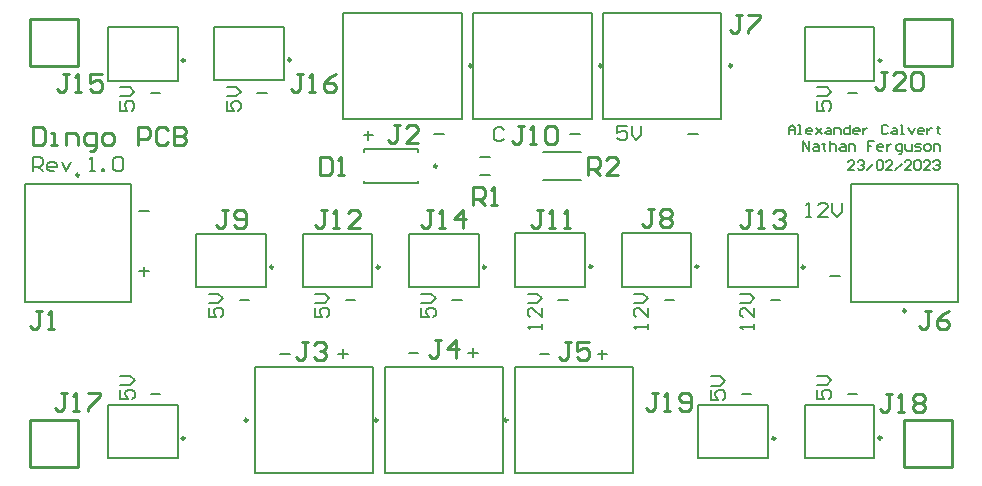
<source format=gto>
G04*
G04 #@! TF.GenerationSoftware,Altium Limited,Altium Designer,23.2.1 (34)*
G04*
G04 Layer_Color=65535*
%FSLAX44Y44*%
%MOMM*%
G71*
G04*
G04 #@! TF.SameCoordinates,8A9164C7-5861-4A14-A232-5D20C8E6C238*
G04*
G04*
G04 #@! TF.FilePolarity,Positive*
G04*
G01*
G75*
%ADD10C,0.2500*%
%ADD11C,0.2540*%
%ADD12C,0.2000*%
D10*
X575500Y180000D02*
G03*
X575500Y180000I-1250J0D01*
G01*
X215500Y179500D02*
G03*
X215500Y179500I-1250J0D01*
G01*
X485500Y180000D02*
G03*
X485500Y180000I-1250J0D01*
G01*
X305500Y179500D02*
G03*
X305500Y179500I-1250J0D01*
G01*
X665500D02*
G03*
X665500Y179500I-1250J0D01*
G01*
X395500D02*
G03*
X395500Y179500I-1250J0D01*
G01*
X140500Y354500D02*
G03*
X140500Y354500I-1250J0D01*
G01*
X230500Y355000D02*
G03*
X230500Y355000I-1250J0D01*
G01*
X140500Y34500D02*
G03*
X140500Y34500I-1250J0D01*
G01*
X730500Y35000D02*
G03*
X730500Y35000I-1250J0D01*
G01*
X640500Y34500D02*
G03*
X640500Y34500I-1250J0D01*
G01*
X730500Y354500D02*
G03*
X730500Y354500I-1250J0D01*
G01*
X51250Y257500D02*
G03*
X51250Y257500I-1250J0D01*
G01*
X383750Y350000D02*
G03*
X383750Y350000I-1250J0D01*
G01*
X193750Y50000D02*
G03*
X193750Y50000I-1250J0D01*
G01*
X303750D02*
G03*
X303750Y50000I-1250J0D01*
G01*
X413750D02*
G03*
X413750Y50000I-1250J0D01*
G01*
X751250Y142500D02*
G03*
X751250Y142500I-1250J0D01*
G01*
X603750Y350000D02*
G03*
X603750Y350000I-1250J0D01*
G01*
X493750D02*
G03*
X493750Y350000I-1250J0D01*
G01*
X354250Y265000D02*
G03*
X354250Y265000I-1250J0D01*
G01*
D11*
X50000Y350000D02*
Y390000D01*
X10000D02*
X50000D01*
X10000Y350000D02*
X50000D01*
X10000D02*
Y390000D01*
X790000Y350000D02*
Y390000D01*
X750000D02*
X790000D01*
X750000Y350000D02*
X790000D01*
X750000D02*
Y390000D01*
X790000Y10000D02*
Y50000D01*
X750000D02*
X790000D01*
X750000Y10000D02*
X790000D01*
X750000D02*
Y50000D01*
X50000Y10000D02*
Y50000D01*
X10000D02*
X50000D01*
X10000Y10000D02*
X50000D01*
X10000D02*
Y50000D01*
X12540Y297853D02*
Y282618D01*
X20157D01*
X22697Y285158D01*
Y295314D01*
X20157Y297853D01*
X12540D01*
X27775Y282618D02*
X32853D01*
X30314D01*
Y292775D01*
X27775D01*
X40471Y282618D02*
Y292775D01*
X48088D01*
X50628Y290236D01*
Y282618D01*
X60784Y277540D02*
X63324D01*
X65863Y280079D01*
Y292775D01*
X58245D01*
X55706Y290236D01*
Y285158D01*
X58245Y282618D01*
X65863D01*
X73480D02*
X78559D01*
X81098Y285158D01*
Y290236D01*
X78559Y292775D01*
X73480D01*
X70941Y290236D01*
Y285158D01*
X73480Y282618D01*
X101411D02*
Y297853D01*
X109029D01*
X111568Y295314D01*
Y290236D01*
X109029Y287697D01*
X101411D01*
X126803Y295314D02*
X124264Y297853D01*
X119185D01*
X116646Y295314D01*
Y285158D01*
X119185Y282618D01*
X124264D01*
X126803Y285158D01*
X131881Y297853D02*
Y282618D01*
X139499D01*
X142038Y285158D01*
Y287697D01*
X139499Y290236D01*
X131881D01*
X139499D01*
X142038Y292775D01*
Y295314D01*
X139499Y297853D01*
X131881D01*
X482304Y257383D02*
Y272617D01*
X489922D01*
X492461Y270078D01*
Y265000D01*
X489922Y262461D01*
X482304D01*
X487383D02*
X492461Y257383D01*
X507696D02*
X497539D01*
X507696Y267539D01*
Y270078D01*
X505157Y272617D01*
X500078D01*
X497539Y270078D01*
X384843Y232383D02*
Y247617D01*
X392461D01*
X395000Y245078D01*
Y240000D01*
X392461Y237461D01*
X384843D01*
X389922D02*
X395000Y232383D01*
X400078D02*
X405157D01*
X402618D01*
Y247617D01*
X400078Y245078D01*
X734909Y344850D02*
X729831D01*
X732370D01*
Y332154D01*
X729831Y329615D01*
X727292D01*
X724753Y332154D01*
X750145Y329615D02*
X739988D01*
X750145Y339772D01*
Y342311D01*
X747605Y344850D01*
X742527D01*
X739988Y342311D01*
X755223D02*
X757762Y344850D01*
X762840D01*
X765380Y342311D01*
Y332154D01*
X762840Y329615D01*
X757762D01*
X755223Y332154D01*
Y342311D01*
X541113Y72618D02*
X536035D01*
X538574D01*
Y59922D01*
X536035Y57382D01*
X533495D01*
X530956Y59922D01*
X546191Y57382D02*
X551270D01*
X548730D01*
Y72618D01*
X546191Y70078D01*
X558887Y59922D02*
X561426Y57382D01*
X566505D01*
X569044Y59922D01*
Y70078D01*
X566505Y72618D01*
X561426D01*
X558887Y70078D01*
Y67539D01*
X561426Y65000D01*
X569044D01*
X739796Y71810D02*
X734717D01*
X737256D01*
Y59114D01*
X734717Y56575D01*
X732178D01*
X729639Y59114D01*
X744874Y56575D02*
X749952D01*
X747413D01*
Y71810D01*
X744874Y69271D01*
X757570D02*
X760109Y71810D01*
X765187D01*
X767727Y69271D01*
Y66732D01*
X765187Y64193D01*
X767727Y61654D01*
Y59114D01*
X765187Y56575D01*
X760109D01*
X757570Y59114D01*
Y61654D01*
X760109Y64193D01*
X757570Y66732D01*
Y69271D01*
X760109Y64193D02*
X765187D01*
X41113Y72618D02*
X36035D01*
X38574D01*
Y59922D01*
X36035Y57382D01*
X33495D01*
X30956Y59922D01*
X46191Y57382D02*
X51270D01*
X48730D01*
Y72618D01*
X46191Y70078D01*
X58887Y72618D02*
X69044D01*
Y70078D01*
X58887Y59922D01*
Y57382D01*
X241113Y342617D02*
X236035D01*
X238574D01*
Y329922D01*
X236035Y327383D01*
X233495D01*
X230956Y329922D01*
X246191Y327383D02*
X251270D01*
X248730D01*
Y342617D01*
X246191Y340078D01*
X269044Y342617D02*
X263965Y340078D01*
X258887Y335000D01*
Y329922D01*
X261426Y327383D01*
X266505D01*
X269044Y329922D01*
Y332461D01*
X266505Y335000D01*
X258887D01*
X42637Y343165D02*
X37558D01*
X40097D01*
Y330469D01*
X37558Y327930D01*
X35019D01*
X32480Y330469D01*
X47715Y327930D02*
X52793D01*
X50254D01*
Y343165D01*
X47715Y340626D01*
X70568Y343165D02*
X60411D01*
Y335547D01*
X65489Y338086D01*
X68028D01*
X70568Y335547D01*
Y330469D01*
X68028Y327930D01*
X62950D01*
X60411Y330469D01*
X351113Y227617D02*
X346035D01*
X348574D01*
Y214922D01*
X346035Y212383D01*
X343495D01*
X340956Y214922D01*
X356191Y212383D02*
X361270D01*
X358730D01*
Y227617D01*
X356191Y225078D01*
X376505Y212383D02*
Y227617D01*
X368887Y220000D01*
X379044D01*
X621113Y227617D02*
X616035D01*
X618574D01*
Y214922D01*
X616035Y212383D01*
X613495D01*
X610956Y214922D01*
X626191Y212383D02*
X631270D01*
X628730D01*
Y227617D01*
X626191Y225078D01*
X638887D02*
X641426Y227617D01*
X646505D01*
X649044Y225078D01*
Y222539D01*
X646505Y220000D01*
X643966D01*
X646505D01*
X649044Y217461D01*
Y214922D01*
X646505Y212383D01*
X641426D01*
X638887Y214922D01*
X261113Y227617D02*
X256035D01*
X258574D01*
Y214922D01*
X256035Y212383D01*
X253495D01*
X250956Y214922D01*
X266191Y212383D02*
X271270D01*
X268730D01*
Y227617D01*
X266191Y225078D01*
X289044Y212383D02*
X278887D01*
X289044Y222539D01*
Y225078D01*
X286505Y227617D01*
X281426D01*
X278887Y225078D01*
X443864Y228189D02*
X438786D01*
X441325D01*
Y215493D01*
X438786Y212954D01*
X436246D01*
X433707Y215493D01*
X448942Y212954D02*
X454021D01*
X451482D01*
Y228189D01*
X448942Y225650D01*
X461638Y212954D02*
X466717D01*
X464178D01*
Y228189D01*
X461638Y225650D01*
X427851Y299174D02*
X422772D01*
X425312D01*
Y286478D01*
X422772Y283938D01*
X420233D01*
X417694Y286478D01*
X432929Y283938D02*
X438007D01*
X435468D01*
Y299174D01*
X432929Y296634D01*
X445625D02*
X448164Y299174D01*
X453242D01*
X455782Y296634D01*
Y286478D01*
X453242Y283938D01*
X448164D01*
X445625Y286478D01*
Y296634D01*
X177461Y227617D02*
X172383D01*
X174922D01*
Y214922D01*
X172383Y212383D01*
X169843D01*
X167304Y214922D01*
X182539D02*
X185078Y212383D01*
X190157D01*
X192696Y214922D01*
Y225078D01*
X190157Y227617D01*
X185078D01*
X182539Y225078D01*
Y222539D01*
X185078Y220000D01*
X192696D01*
X538003Y228386D02*
X532925D01*
X535464D01*
Y215690D01*
X532925Y213151D01*
X530386D01*
X527846Y215690D01*
X543081Y225847D02*
X545620Y228386D01*
X550699D01*
X553238Y225847D01*
Y223308D01*
X550699Y220769D01*
X553238Y218229D01*
Y215690D01*
X550699Y213151D01*
X545620D01*
X543081Y215690D01*
Y218229D01*
X545620Y220769D01*
X543081Y223308D01*
Y225847D01*
X545620Y220769D02*
X550699D01*
X612461Y392617D02*
X607383D01*
X609922D01*
Y379922D01*
X607383Y377383D01*
X604843D01*
X602304Y379922D01*
X617539Y392617D02*
X627696D01*
Y390078D01*
X617539Y379922D01*
Y377383D01*
X772461Y142618D02*
X767383D01*
X769922D01*
Y129922D01*
X767383Y127382D01*
X764843D01*
X762304Y129922D01*
X787696Y142618D02*
X782617Y140078D01*
X777539Y135000D01*
Y129922D01*
X780078Y127382D01*
X785157D01*
X787696Y129922D01*
Y132461D01*
X785157Y135000D01*
X777539D01*
X467385Y115940D02*
X462307D01*
X464846D01*
Y103244D01*
X462307Y100705D01*
X459768D01*
X457229Y103244D01*
X482621Y115940D02*
X472464D01*
Y108322D01*
X477542Y110861D01*
X480081D01*
X482621Y108322D01*
Y103244D01*
X480081Y100705D01*
X475003D01*
X472464Y103244D01*
X357461Y117618D02*
X352383D01*
X354922D01*
Y104922D01*
X352383Y102382D01*
X349843D01*
X347304Y104922D01*
X370157Y102382D02*
Y117618D01*
X362539Y110000D01*
X372696D01*
X245387Y115833D02*
X240308D01*
X242847D01*
Y103137D01*
X240308Y100597D01*
X237769D01*
X235230Y103137D01*
X250465Y113293D02*
X253004Y115833D01*
X258083D01*
X260622Y113293D01*
Y110754D01*
X258083Y108215D01*
X255543D01*
X258083D01*
X260622Y105676D01*
Y103137D01*
X258083Y100597D01*
X253004D01*
X250465Y103137D01*
X323052Y299721D02*
X317973D01*
X320512D01*
Y287025D01*
X317973Y284486D01*
X315434D01*
X312895Y287025D01*
X338287Y284486D02*
X328130D01*
X338287Y294643D01*
Y297182D01*
X335747Y299721D01*
X330669D01*
X328130Y297182D01*
X20000Y142618D02*
X14922D01*
X17461D01*
Y129922D01*
X14922Y127382D01*
X12383D01*
X9843Y129922D01*
X25078Y127382D02*
X30157D01*
X27618D01*
Y142618D01*
X25078Y140078D01*
X254843Y272617D02*
Y257383D01*
X262461D01*
X265000Y259922D01*
Y270078D01*
X262461Y272617D01*
X254843D01*
X270078Y257383D02*
X275157D01*
X272618D01*
Y272617D01*
X270078Y270078D01*
D12*
X510500Y208000D02*
X569500D01*
Y163000D02*
Y208000D01*
X510500Y163000D02*
X569500D01*
X510500D02*
Y208000D01*
X150500Y162500D02*
Y207500D01*
Y162500D02*
X209500D01*
Y207500D01*
X150500D02*
X209500D01*
X420500Y208000D02*
X479500D01*
Y163000D02*
Y208000D01*
X420500Y163000D02*
X479500D01*
X420500D02*
Y208000D01*
X240500Y162500D02*
Y207500D01*
Y162500D02*
X299500D01*
Y207500D01*
X240500D02*
X299500D01*
X600500D02*
X659500D01*
Y162500D02*
Y207500D01*
X600500Y162500D02*
X659500D01*
X600500D02*
Y207500D01*
X330500Y162500D02*
Y207500D01*
Y162500D02*
X389500D01*
Y207500D01*
X330500D02*
X389500D01*
X75500Y382500D02*
X134500D01*
Y337500D02*
Y382500D01*
X75500Y337500D02*
X134500D01*
X75500D02*
Y382500D01*
X165500Y338000D02*
Y383000D01*
Y338000D02*
X224500D01*
Y383000D01*
X165500D02*
X224500D01*
X75500Y62500D02*
X134500D01*
Y17500D02*
Y62500D01*
X75500Y17500D02*
X134500D01*
X75500D02*
Y62500D01*
X665500Y18000D02*
Y63000D01*
Y18000D02*
X724500D01*
Y63000D01*
X665500D02*
X724500D01*
X575500Y62500D02*
X634500D01*
Y17500D02*
Y62500D01*
X575500Y17500D02*
X634500D01*
X575500D02*
Y62500D01*
X665500Y337500D02*
Y382500D01*
Y337500D02*
X724500D01*
Y382500D01*
X665500D02*
X724500D01*
X390519Y272750D02*
X399481D01*
X390519Y257250D02*
X399481D01*
X443709Y253201D02*
X476291D01*
X443709Y276799D02*
X476291D01*
X5000Y250000D02*
X95000D01*
X5000Y150000D02*
Y250000D01*
Y150000D02*
X95000D01*
Y250000D01*
X275000Y305000D02*
X375000D01*
X275000D02*
Y395000D01*
X375000D01*
Y305000D02*
Y395000D01*
X200000Y5000D02*
Y95000D01*
Y5000D02*
X300000D01*
Y95000D01*
X200000D02*
X300000D01*
X310000D02*
X410000D01*
Y5000D02*
Y95000D01*
X310000Y5000D02*
X410000D01*
X310000D02*
Y95000D01*
X420000Y5000D02*
Y95000D01*
Y5000D02*
X520000D01*
Y95000D01*
X420000D02*
X520000D01*
X705000Y150000D02*
Y250000D01*
X795000D01*
Y150000D02*
Y250000D01*
X705000Y150000D02*
X795000D01*
X595000Y305000D02*
Y395000D01*
X495000D02*
X595000D01*
X495000Y305000D02*
Y395000D01*
Y305000D02*
X595000D01*
X385000D02*
X485000D01*
X385000D02*
Y395000D01*
X485000D01*
Y305000D02*
Y395000D01*
X292000Y250400D02*
X338000D01*
X292000Y277250D02*
Y279600D01*
Y250400D02*
Y252750D01*
Y279600D02*
X338000D01*
Y277250D02*
Y279600D01*
Y250400D02*
Y252750D01*
X707670Y261847D02*
X702338D01*
X707670Y267178D01*
Y268511D01*
X706337Y269844D01*
X703671D01*
X702338Y268511D01*
X710335D02*
X711668Y269844D01*
X714334D01*
X715667Y268511D01*
Y267178D01*
X714334Y265846D01*
X713001D01*
X714334D01*
X715667Y264513D01*
Y263180D01*
X714334Y261847D01*
X711668D01*
X710335Y263180D01*
X718333Y261847D02*
X723665Y267178D01*
X726330Y268511D02*
X727663Y269844D01*
X730329D01*
X731662Y268511D01*
Y263180D01*
X730329Y261847D01*
X727663D01*
X726330Y263180D01*
Y268511D01*
X739659Y261847D02*
X734328D01*
X739659Y267178D01*
Y268511D01*
X738326Y269844D01*
X735661D01*
X734328Y268511D01*
X742325Y261847D02*
X747657Y267178D01*
X755654Y261847D02*
X750323D01*
X755654Y267178D01*
Y268511D01*
X754321Y269844D01*
X751656D01*
X750323Y268511D01*
X758320D02*
X759653Y269844D01*
X762319D01*
X763652Y268511D01*
Y263180D01*
X762319Y261847D01*
X759653D01*
X758320Y263180D01*
Y268511D01*
X771649Y261847D02*
X766318D01*
X771649Y267178D01*
Y268511D01*
X770316Y269844D01*
X767650D01*
X766318Y268511D01*
X774315D02*
X775648Y269844D01*
X778314D01*
X779647Y268511D01*
Y267178D01*
X778314Y265846D01*
X776981D01*
X778314D01*
X779647Y264513D01*
Y263180D01*
X778314Y261847D01*
X775648D01*
X774315Y263180D01*
X664126Y278154D02*
Y286151D01*
X669458Y278154D01*
Y286151D01*
X673456Y283485D02*
X676122D01*
X677455Y282152D01*
Y278154D01*
X673456D01*
X672124Y279487D01*
X673456Y280819D01*
X677455D01*
X681454Y284818D02*
Y283485D01*
X680121D01*
X682787D01*
X681454D01*
Y279487D01*
X682787Y278154D01*
X686786Y286151D02*
Y278154D01*
Y282152D01*
X688119Y283485D01*
X690784D01*
X692117Y282152D01*
Y278154D01*
X696116Y283485D02*
X698782D01*
X700115Y282152D01*
Y278154D01*
X696116D01*
X694783Y279487D01*
X696116Y280819D01*
X700115D01*
X702780Y278154D02*
Y283485D01*
X706779D01*
X708112Y282152D01*
Y278154D01*
X724107Y286151D02*
X718775D01*
Y282152D01*
X721441D01*
X718775D01*
Y278154D01*
X730771D02*
X728106D01*
X726773Y279487D01*
Y282152D01*
X728106Y283485D01*
X730771D01*
X732104Y282152D01*
Y280819D01*
X726773D01*
X734770Y283485D02*
Y278154D01*
Y280819D01*
X736103Y282152D01*
X737436Y283485D01*
X738769D01*
X745433Y275488D02*
X746766D01*
X748099Y276821D01*
Y283485D01*
X744100D01*
X742767Y282152D01*
Y279487D01*
X744100Y278154D01*
X748099D01*
X750765Y283485D02*
Y279487D01*
X752098Y278154D01*
X756096D01*
Y283485D01*
X758762Y278154D02*
X762761D01*
X764094Y279487D01*
X762761Y280819D01*
X760095D01*
X758762Y282152D01*
X760095Y283485D01*
X764094D01*
X768093Y278154D02*
X770759D01*
X772091Y279487D01*
Y282152D01*
X770759Y283485D01*
X768093D01*
X766760Y282152D01*
Y279487D01*
X768093Y278154D01*
X774757D02*
Y283485D01*
X778756D01*
X780089Y282152D01*
Y278154D01*
X652000Y292000D02*
Y297332D01*
X654666Y299997D01*
X657332Y297332D01*
Y292000D01*
Y295999D01*
X652000D01*
X659997Y292000D02*
X662663D01*
X661330D01*
Y299997D01*
X659997D01*
X670661Y292000D02*
X667995D01*
X666662Y293333D01*
Y295999D01*
X667995Y297332D01*
X670661D01*
X671994Y295999D01*
Y294666D01*
X666662D01*
X674659Y297332D02*
X679991Y292000D01*
X677325Y294666D01*
X679991Y297332D01*
X674659Y292000D01*
X683990Y297332D02*
X686656D01*
X687988Y295999D01*
Y292000D01*
X683990D01*
X682657Y293333D01*
X683990Y294666D01*
X687988D01*
X690654Y292000D02*
Y297332D01*
X694653D01*
X695986Y295999D01*
Y292000D01*
X703983Y299997D02*
Y292000D01*
X699985D01*
X698652Y293333D01*
Y295999D01*
X699985Y297332D01*
X703983D01*
X710648Y292000D02*
X707982D01*
X706649Y293333D01*
Y295999D01*
X707982Y297332D01*
X710648D01*
X711981Y295999D01*
Y294666D01*
X706649D01*
X714646Y297332D02*
Y292000D01*
Y294666D01*
X715979Y295999D01*
X717312Y297332D01*
X718645D01*
X735973Y298664D02*
X734640Y299997D01*
X731974D01*
X730641Y298664D01*
Y293333D01*
X731974Y292000D01*
X734640D01*
X735973Y293333D01*
X739972Y297332D02*
X742637D01*
X743970Y295999D01*
Y292000D01*
X739972D01*
X738639Y293333D01*
X739972Y294666D01*
X743970D01*
X746636Y292000D02*
X749302D01*
X747969D01*
Y299997D01*
X746636D01*
X753301Y297332D02*
X755966Y292000D01*
X758632Y297332D01*
X765297Y292000D02*
X762631D01*
X761298Y293333D01*
Y295999D01*
X762631Y297332D01*
X765297D01*
X766630Y295999D01*
Y294666D01*
X761298D01*
X769296Y297332D02*
Y292000D01*
Y294666D01*
X770628Y295999D01*
X771961Y297332D01*
X773294D01*
X778626Y298664D02*
Y297332D01*
X777293D01*
X779959D01*
X778626D01*
Y293333D01*
X779959Y292000D01*
X12274Y260663D02*
Y272659D01*
X18272D01*
X20271Y270660D01*
Y266661D01*
X18272Y264662D01*
X12274D01*
X16272D02*
X20271Y260663D01*
X30268D02*
X26269D01*
X24270Y262662D01*
Y266661D01*
X26269Y268660D01*
X30268D01*
X32267Y266661D01*
Y264662D01*
X24270D01*
X36266Y268660D02*
X40265Y260663D01*
X44263Y268660D01*
X60258Y260663D02*
X64257D01*
X62257D01*
Y272659D01*
X60258Y270660D01*
X70255Y260663D02*
Y262662D01*
X72254D01*
Y260663D01*
X70255D01*
X80252Y270660D02*
X82251Y272659D01*
X86250D01*
X88249Y270660D01*
Y262662D01*
X86250Y260663D01*
X82251D01*
X80252Y262662D01*
Y270660D01*
X410716Y296010D02*
X408717Y298010D01*
X404718D01*
X402719Y296010D01*
Y288013D01*
X404718Y286014D01*
X408717D01*
X410716Y288013D01*
X702000Y327000D02*
X709997D01*
X202000D02*
X209997D01*
X112000D02*
X119997D01*
X112000Y72000D02*
X119997D01*
X702000D02*
X709997D01*
X612000D02*
X619997D01*
X187000Y152000D02*
X194997D01*
X277000D02*
X284997D01*
X367000D02*
X374997D01*
X457000D02*
X464997D01*
X547000D02*
X554997D01*
X687000Y172000D02*
X694997D01*
X637000Y152000D02*
X644997D01*
X567000Y292000D02*
X574997D01*
X667000Y222000D02*
X670999D01*
X668999D01*
Y233996D01*
X667000Y231997D01*
X684994Y222000D02*
X676997D01*
X684994Y229997D01*
Y231997D01*
X682995Y233996D01*
X678996D01*
X676997Y231997D01*
X688993Y233996D02*
Y225999D01*
X692992Y222000D01*
X696990Y225999D01*
Y233996D01*
X623000Y127000D02*
Y130999D01*
Y128999D01*
X611004D01*
X613003Y127000D01*
X623000Y144994D02*
Y136997D01*
X615003Y144994D01*
X613003D01*
X611004Y142995D01*
Y138996D01*
X613003Y136997D01*
X611004Y148993D02*
X619001D01*
X623000Y152992D01*
X619001Y156990D01*
X611004D01*
X533000Y127000D02*
Y130999D01*
Y128999D01*
X521004D01*
X523003Y127000D01*
X533000Y144994D02*
Y136997D01*
X525003Y144994D01*
X523003D01*
X521004Y142995D01*
Y138996D01*
X523003Y136997D01*
X521004Y148993D02*
X529001D01*
X533000Y152992D01*
X529001Y156990D01*
X521004D01*
X675968Y75574D02*
Y67576D01*
X681966D01*
X679967Y71575D01*
Y73574D01*
X681966Y75574D01*
X685965D01*
X687965Y73574D01*
Y69575D01*
X685965Y67576D01*
X675968Y79572D02*
X683966D01*
X687965Y83571D01*
X683966Y87570D01*
X675968D01*
X585971Y75073D02*
Y67076D01*
X591969D01*
X589970Y71075D01*
Y73074D01*
X591969Y75073D01*
X595968D01*
X597967Y73074D01*
Y69075D01*
X595968Y67076D01*
X585971Y79072D02*
X593969D01*
X597967Y83071D01*
X593969Y87069D01*
X585971D01*
X86201Y75720D02*
Y67723D01*
X92199D01*
X90200Y71721D01*
Y73721D01*
X92199Y75720D01*
X96198D01*
X98197Y73721D01*
Y69722D01*
X96198Y67723D01*
X86201Y79719D02*
X94199D01*
X98197Y83717D01*
X94199Y87716D01*
X86201D01*
X86004Y319997D02*
Y312000D01*
X92002D01*
X90003Y315999D01*
Y317998D01*
X92002Y319997D01*
X96001D01*
X98000Y317998D01*
Y313999D01*
X96001Y312000D01*
X86004Y323996D02*
X94001D01*
X98000Y327995D01*
X94001Y331993D01*
X86004D01*
X176004Y319997D02*
Y312000D01*
X182002D01*
X180003Y315999D01*
Y317998D01*
X182002Y319997D01*
X186001D01*
X188000Y317998D01*
Y313999D01*
X186001Y312000D01*
X176004Y323996D02*
X184001D01*
X188000Y327995D01*
X184001Y331993D01*
X176004D01*
X161004Y144997D02*
Y137000D01*
X167002D01*
X165003Y140999D01*
Y142998D01*
X167002Y144997D01*
X171001D01*
X173000Y142998D01*
Y138999D01*
X171001Y137000D01*
X161004Y148996D02*
X169001D01*
X173000Y152995D01*
X169001Y156994D01*
X161004D01*
X251004Y144997D02*
Y137000D01*
X257002D01*
X255003Y140999D01*
Y142998D01*
X257002Y144997D01*
X261001D01*
X263000Y142998D01*
Y138999D01*
X261001Y137000D01*
X251004Y148996D02*
X259001D01*
X263000Y152995D01*
X259001Y156994D01*
X251004D01*
X341004Y144997D02*
Y137000D01*
X347002D01*
X345003Y140999D01*
Y142998D01*
X347002Y144997D01*
X351001D01*
X353000Y142998D01*
Y138999D01*
X351001Y137000D01*
X341004Y148996D02*
X349001D01*
X353000Y152995D01*
X349001Y156994D01*
X341004D01*
X443000Y127000D02*
Y130999D01*
Y128999D01*
X431004D01*
X433003Y127000D01*
X443000Y144994D02*
Y136997D01*
X435003Y144994D01*
X433003D01*
X431004Y142995D01*
Y138996D01*
X433003Y136997D01*
X431004Y148993D02*
X439001D01*
X443000Y152992D01*
X439001Y156990D01*
X431004D01*
X676004Y319997D02*
Y312000D01*
X682002D01*
X680003Y315999D01*
Y317998D01*
X682002Y319997D01*
X686001D01*
X688000Y317998D01*
Y313999D01*
X686001Y312000D01*
X676004Y323996D02*
X684001D01*
X688000Y327995D01*
X684001Y331993D01*
X676004D01*
X514997Y298996D02*
X507000D01*
Y292998D01*
X510999Y294997D01*
X512998D01*
X514997Y292998D01*
Y288999D01*
X512998Y287000D01*
X508999D01*
X507000Y288999D01*
X518996Y298996D02*
Y290999D01*
X522995Y287000D01*
X526993Y290999D01*
Y298996D01*
X467000Y292000D02*
X474997D01*
X352000D02*
X359997D01*
X441029Y105745D02*
X449027D01*
X330508Y107046D02*
X338505D01*
X221405Y106141D02*
X229403D01*
X102000Y227000D02*
X109997D01*
X292000Y290999D02*
X299997D01*
X295999Y294997D02*
Y287000D01*
X490233Y105624D02*
X498231D01*
X494232Y109623D02*
Y101626D01*
X380758Y107197D02*
X388755D01*
X384757Y111195D02*
Y103198D01*
X270750Y106291D02*
X278748D01*
X274749Y110290D02*
Y102293D01*
X102000Y175999D02*
X109997D01*
X105999Y179997D02*
Y172000D01*
M02*

</source>
